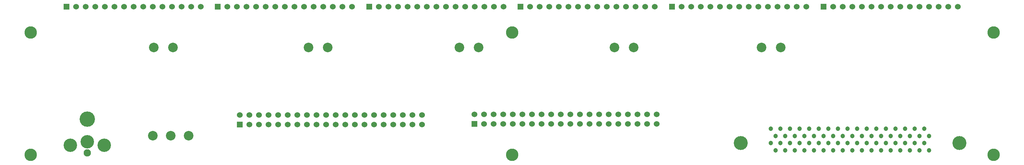
<source format=gbs>
G04 (created by PCBNEW (2013-mar-13)-testing) date Wed 08 Oct 2014 05:14:40 PM PDT*
%MOIN*%
G04 Gerber Fmt 3.4, Leading zero omitted, Abs format*
%FSLAX34Y34*%
G01*
G70*
G90*
G04 APERTURE LIST*
%ADD10C,0.005906*%
%ADD11C,0.100000*%
%ADD12R,0.060000X0.060000*%
%ADD13C,0.060000*%
%ADD14C,0.130000*%
%ADD15C,0.145669*%
%ADD16C,0.047244*%
%ADD17C,0.076000*%
%ADD18C,0.140000*%
%ADD19C,0.160000*%
G04 APERTURE END LIST*
G54D10*
G54D11*
X29559Y-27137D03*
X31559Y-27137D03*
X45700Y-27137D03*
X47700Y-27137D03*
X61448Y-27137D03*
X63448Y-27137D03*
X77590Y-27137D03*
X79590Y-27137D03*
X92944Y-27137D03*
X94944Y-27137D03*
G54D12*
X38527Y-35208D03*
G54D13*
X38527Y-34208D03*
X43527Y-35208D03*
X39527Y-34208D03*
X44527Y-35208D03*
X40527Y-34208D03*
X45527Y-35208D03*
X41527Y-34208D03*
X46527Y-35208D03*
X42527Y-34208D03*
X47527Y-35208D03*
X43527Y-34208D03*
X48527Y-35208D03*
X44527Y-34208D03*
X49527Y-35208D03*
X45527Y-34208D03*
X50527Y-35208D03*
X46527Y-34208D03*
X51527Y-35208D03*
X47527Y-34208D03*
X52527Y-35208D03*
X48527Y-34208D03*
X53527Y-35208D03*
X49527Y-34208D03*
X50527Y-34208D03*
X54527Y-35208D03*
X51527Y-34208D03*
X53527Y-34208D03*
X54527Y-34208D03*
X55527Y-34208D03*
X56527Y-34208D03*
X55527Y-35208D03*
X56527Y-35208D03*
X39527Y-35208D03*
X40527Y-35208D03*
X41527Y-35208D03*
X42527Y-35208D03*
X57527Y-35208D03*
X57527Y-34208D03*
X52527Y-34208D03*
G54D12*
X20460Y-22874D03*
G54D13*
X21460Y-22874D03*
X22460Y-22874D03*
X23460Y-22874D03*
X24460Y-22874D03*
X25460Y-22874D03*
X26460Y-22874D03*
X27460Y-22874D03*
X28460Y-22874D03*
X29460Y-22874D03*
X30460Y-22874D03*
X31460Y-22874D03*
X32460Y-22874D03*
X33460Y-22874D03*
X34460Y-22874D03*
G54D12*
X36248Y-22874D03*
G54D13*
X37248Y-22874D03*
X38248Y-22874D03*
X39248Y-22874D03*
X40248Y-22874D03*
X41248Y-22874D03*
X42248Y-22874D03*
X43248Y-22874D03*
X44248Y-22874D03*
X45248Y-22874D03*
X46248Y-22874D03*
X47248Y-22874D03*
X48248Y-22874D03*
X49248Y-22874D03*
X50248Y-22874D03*
G54D12*
X52035Y-22874D03*
G54D13*
X53035Y-22874D03*
X54035Y-22874D03*
X55035Y-22874D03*
X56035Y-22874D03*
X57035Y-22874D03*
X58035Y-22874D03*
X59035Y-22874D03*
X60035Y-22874D03*
X61035Y-22874D03*
X62035Y-22874D03*
X63035Y-22874D03*
X64035Y-22874D03*
X65035Y-22874D03*
X66035Y-22874D03*
G54D12*
X67822Y-22874D03*
G54D13*
X68822Y-22874D03*
X69822Y-22874D03*
X70822Y-22874D03*
X71822Y-22874D03*
X72822Y-22874D03*
X73822Y-22874D03*
X74822Y-22874D03*
X75822Y-22874D03*
X76822Y-22874D03*
X77822Y-22874D03*
X78822Y-22874D03*
X79822Y-22874D03*
X80822Y-22874D03*
X81822Y-22874D03*
G54D12*
X83610Y-22874D03*
G54D13*
X84610Y-22874D03*
X85610Y-22874D03*
X86610Y-22874D03*
X87610Y-22874D03*
X88610Y-22874D03*
X89610Y-22874D03*
X90610Y-22874D03*
X91610Y-22874D03*
X92610Y-22874D03*
X93610Y-22874D03*
X94610Y-22874D03*
X95610Y-22874D03*
X96610Y-22874D03*
X97610Y-22874D03*
G54D12*
X99397Y-22874D03*
G54D13*
X100397Y-22874D03*
X101397Y-22874D03*
X102397Y-22874D03*
X103397Y-22874D03*
X104397Y-22874D03*
X105397Y-22874D03*
X106397Y-22874D03*
X107397Y-22874D03*
X108397Y-22874D03*
X109397Y-22874D03*
X110397Y-22874D03*
X111397Y-22874D03*
X112397Y-22874D03*
X113397Y-22874D03*
G54D14*
X117125Y-25590D03*
X16732Y-38385D03*
X117125Y-38385D03*
X66929Y-25590D03*
X66929Y-38385D03*
X16732Y-25590D03*
G54D15*
X90765Y-37163D03*
X113564Y-37163D03*
G54D16*
X93915Y-35663D03*
X94415Y-36413D03*
X94915Y-35663D03*
X95415Y-36413D03*
X95915Y-35663D03*
X96415Y-36413D03*
X96915Y-35663D03*
X97415Y-36413D03*
X97915Y-35663D03*
X98415Y-36413D03*
X98915Y-35663D03*
X99415Y-36413D03*
X99915Y-35663D03*
X100415Y-36413D03*
X100915Y-35663D03*
X101415Y-36413D03*
X101915Y-35663D03*
X102415Y-36413D03*
X102915Y-35663D03*
X103415Y-36413D03*
X103915Y-35663D03*
X104415Y-36413D03*
X104915Y-35663D03*
X105415Y-36413D03*
X105915Y-35663D03*
X106415Y-36413D03*
X106915Y-35663D03*
X107415Y-36413D03*
X107915Y-35663D03*
X108415Y-36413D03*
X108915Y-35663D03*
X109415Y-36413D03*
X109915Y-35663D03*
X110415Y-36413D03*
X93915Y-37163D03*
X94415Y-37913D03*
X94915Y-37163D03*
X95415Y-37913D03*
X95915Y-37163D03*
X96415Y-37913D03*
X96915Y-37163D03*
X97415Y-37913D03*
X97915Y-37163D03*
X98415Y-37913D03*
X98915Y-37163D03*
X99415Y-37913D03*
X99915Y-37163D03*
X100415Y-37913D03*
X100915Y-37163D03*
X101415Y-37913D03*
X101915Y-37163D03*
X102415Y-37913D03*
X102915Y-37163D03*
X103415Y-37913D03*
X103915Y-37163D03*
X104415Y-37913D03*
X104915Y-37163D03*
X105415Y-37913D03*
X105915Y-37163D03*
X106415Y-37913D03*
X106915Y-37163D03*
X107415Y-37913D03*
X107915Y-37163D03*
X108415Y-37913D03*
X108915Y-37163D03*
X109415Y-37913D03*
X109915Y-37163D03*
X110415Y-37913D03*
G54D17*
X22637Y-38178D03*
G54D18*
X22637Y-36998D03*
G54D19*
X22637Y-34638D03*
G54D18*
X24407Y-37388D03*
X20867Y-37388D03*
G54D11*
X29480Y-36377D03*
X31350Y-36377D03*
X33220Y-36377D03*
G54D12*
X63011Y-35137D03*
G54D13*
X63011Y-34137D03*
X68011Y-35137D03*
X64011Y-34137D03*
X69011Y-35137D03*
X65011Y-34137D03*
X70011Y-35137D03*
X66011Y-34137D03*
X71011Y-35137D03*
X67011Y-34137D03*
X72011Y-35137D03*
X68011Y-34137D03*
X73011Y-35137D03*
X69011Y-34137D03*
X74011Y-35137D03*
X70011Y-34137D03*
X75011Y-35137D03*
X71011Y-34137D03*
X76011Y-35137D03*
X72011Y-34137D03*
X77011Y-35137D03*
X73011Y-34137D03*
X78011Y-35137D03*
X74011Y-34137D03*
X75011Y-34137D03*
X79011Y-35137D03*
X76011Y-34137D03*
X78011Y-34137D03*
X79011Y-34137D03*
X80011Y-34137D03*
X81011Y-34137D03*
X80011Y-35137D03*
X81011Y-35137D03*
X64011Y-35137D03*
X65011Y-35137D03*
X66011Y-35137D03*
X67011Y-35137D03*
X82011Y-35137D03*
X82011Y-34137D03*
X77011Y-34137D03*
M02*

</source>
